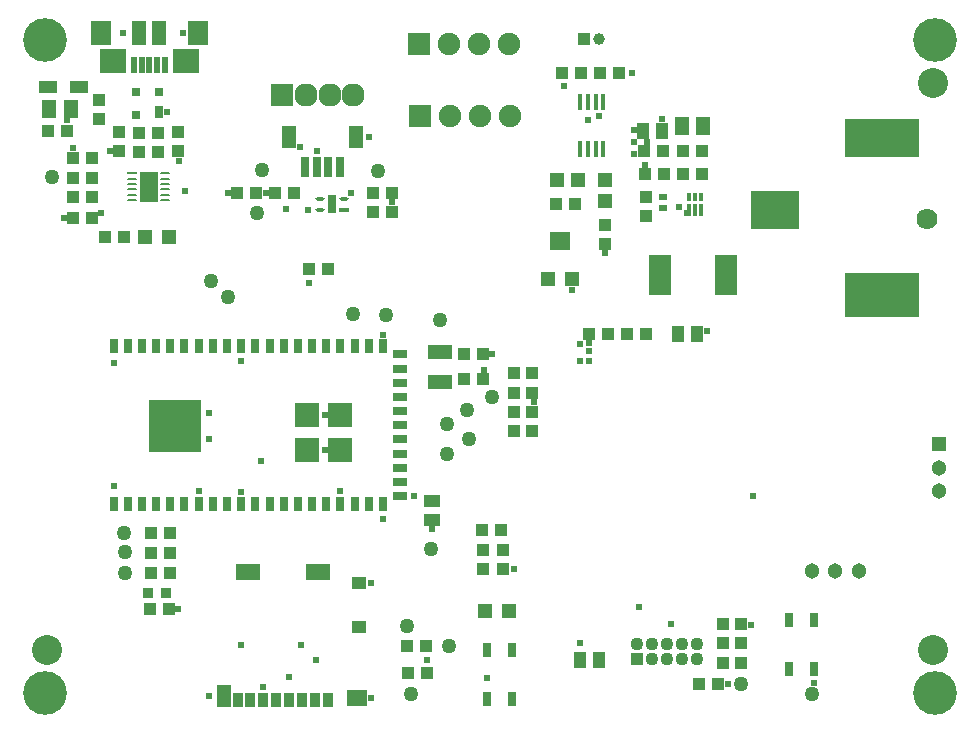
<source format=gts>
G04*
G04 #@! TF.GenerationSoftware,Altium Limited,Altium Designer,21.1.1 (26)*
G04*
G04 Layer_Color=8388736*
%FSLAX25Y25*%
%MOIN*%
G70*
G04*
G04 #@! TF.SameCoordinates,D31DAFBF-B6A6-4984-8A5A-3B2B1D04CFA6*
G04*
G04*
G04 #@! TF.FilePolarity,Negative*
G04*
G01*
G75*
%ADD28R,0.03306X0.00876*%
G04:AMPARAMS|DCode=29|XSize=33.06mil|YSize=8.76mil|CornerRadius=4.38mil|HoleSize=0mil|Usage=FLASHONLY|Rotation=0.000|XOffset=0mil|YOffset=0mil|HoleType=Round|Shape=RoundedRectangle|*
%AMROUNDEDRECTD29*
21,1,0.03306,0.00000,0,0,0.0*
21,1,0.02430,0.00876,0,0,0.0*
1,1,0.00876,0.01215,0.00000*
1,1,0.00876,-0.01215,0.00000*
1,1,0.00876,-0.01215,0.00000*
1,1,0.00876,0.01215,0.00000*
%
%ADD29ROUNDEDRECTD29*%
%ADD33C,0.05000*%
%ADD39R,0.15984X0.12992*%
%ADD40R,0.25000X0.15000*%
%ADD41R,0.25000X0.12992*%
%ADD45R,0.07284X0.13386*%
%ADD57R,0.03231X0.01341*%
G04:AMPARAMS|DCode=58|XSize=32.31mil|YSize=13.41mil|CornerRadius=6.71mil|HoleSize=0mil|Usage=FLASHONLY|Rotation=180.000|XOffset=0mil|YOffset=0mil|HoleType=Round|Shape=RoundedRectangle|*
%AMROUNDEDRECTD58*
21,1,0.03231,0.00000,0,0,180.0*
21,1,0.01890,0.01341,0,0,180.0*
1,1,0.01341,-0.00945,0.00000*
1,1,0.01341,0.00945,0.00000*
1,1,0.01341,0.00945,0.00000*
1,1,0.01341,-0.00945,0.00000*
%
%ADD58ROUNDEDRECTD58*%
%ADD60R,0.01772X0.05315*%
%ADD65R,0.04337X0.03943*%
%ADD66R,0.05006X0.07487*%
%ADD67R,0.03353X0.04731*%
%ADD68R,0.03747X0.04731*%
%ADD69R,0.06502X0.05715*%
%ADD70R,0.05124X0.04337*%
%ADD71R,0.07880X0.05715*%
%ADD72R,0.06496X0.10039*%
%ADD73R,0.03156X0.02762*%
%ADD74R,0.03156X0.04337*%
%ADD75R,0.03943X0.04337*%
%ADD76C,0.10000*%
%ADD77R,0.05124X0.05124*%
%ADD78R,0.05912X0.04337*%
%ADD79R,0.04928X0.06109*%
%ADD80R,0.03550X0.03550*%
%ADD81R,0.02959X0.04534*%
%ADD82R,0.02565X0.02172*%
%ADD83R,0.04140X0.05715*%
%ADD84R,0.04731X0.04731*%
%ADD85R,0.08874X0.08874*%
%ADD86R,0.08274X0.08274*%
%ADD87R,0.03156X0.05124*%
%ADD88R,0.05124X0.03156*%
%ADD89R,0.05124X0.05124*%
%ADD90R,0.06699X0.06306*%
%ADD91R,0.04731X0.04731*%
%ADD92R,0.01975X0.05715*%
%ADD93R,0.08668X0.08274*%
%ADD94R,0.06699X0.07880*%
%ADD95R,0.05124X0.07880*%
%ADD96R,0.07880X0.04731*%
%ADD97R,0.02756X0.06299*%
%ADD98R,0.05715X0.04140*%
%ADD99R,0.02762X0.06502*%
%ADD100R,0.05124X0.07487*%
%ADD101R,0.01187X0.04337*%
%ADD102R,0.01384X0.02762*%
%ADD103R,0.04360X0.04360*%
%ADD104C,0.04360*%
%ADD105C,0.14573*%
%ADD106R,0.03937X0.03937*%
%ADD107C,0.03937*%
%ADD108C,0.07008*%
%ADD109C,0.05124*%
%ADD110C,0.07717*%
%ADD111R,0.07717X0.07717*%
%ADD112R,0.07487X0.07487*%
%ADD113C,0.07487*%
%ADD114C,0.02400*%
D28*
X38128Y182382D02*
D03*
D29*
Y180610D02*
D03*
Y178839D02*
D03*
Y177067D02*
D03*
Y175295D02*
D03*
Y173524D02*
D03*
X49274D02*
D03*
Y175295D02*
D03*
Y177067D02*
D03*
Y178839D02*
D03*
Y180610D02*
D03*
Y182382D02*
D03*
D33*
X70079Y140990D02*
D03*
X64567Y146457D02*
D03*
X11400Y181299D02*
D03*
X131102Y8661D02*
D03*
X35433Y62598D02*
D03*
X35827Y56009D02*
D03*
X241339Y12226D02*
D03*
X158268Y107858D02*
D03*
X143307Y88976D02*
D03*
X264961Y8661D02*
D03*
X137795Y57087D02*
D03*
X80018Y169240D02*
D03*
X35827Y49213D02*
D03*
X150394Y93685D02*
D03*
X143307Y98819D02*
D03*
X150000Y103543D02*
D03*
X140945Y133465D02*
D03*
X129921Y31496D02*
D03*
X143701Y24803D02*
D03*
X81593Y183413D02*
D03*
X120175Y183019D02*
D03*
X111811Y135433D02*
D03*
X122835Y135039D02*
D03*
D39*
X252362Y170118D02*
D03*
D40*
X288347Y141811D02*
D03*
D41*
Y194134D02*
D03*
D45*
X236122Y148622D02*
D03*
X214272D02*
D03*
D57*
X108856Y170027D02*
D03*
D58*
Y173964D02*
D03*
X100785D02*
D03*
Y170027D02*
D03*
D60*
X187598Y206004D02*
D03*
X190157D02*
D03*
X192717D02*
D03*
X195276D02*
D03*
Y190453D02*
D03*
X192717D02*
D03*
X190157D02*
D03*
X187598D02*
D03*
D65*
X40400Y195950D02*
D03*
Y189650D02*
D03*
X46900Y195950D02*
D03*
Y189650D02*
D03*
X155118Y56693D02*
D03*
Y50394D02*
D03*
X161811Y56693D02*
D03*
Y50394D02*
D03*
X209449Y174409D02*
D03*
Y168110D02*
D03*
X27165Y200394D02*
D03*
Y206693D02*
D03*
X33858Y189764D02*
D03*
Y196063D02*
D03*
X53543Y189764D02*
D03*
Y196063D02*
D03*
X195965Y158858D02*
D03*
Y165157D02*
D03*
D66*
X68758Y8289D02*
D03*
D67*
X73522Y6911D02*
D03*
D68*
X77656D02*
D03*
X81986D02*
D03*
X86317D02*
D03*
X90648D02*
D03*
X94978D02*
D03*
X99309D02*
D03*
X103640D02*
D03*
D69*
X113325Y7403D02*
D03*
D70*
X114014Y45691D02*
D03*
Y31124D02*
D03*
D71*
X100234Y49529D02*
D03*
X76730D02*
D03*
D72*
X43701Y177953D02*
D03*
D73*
X39451Y209393D02*
D03*
X47325D02*
D03*
X39451Y201913D02*
D03*
D74*
X47325Y202700D02*
D03*
D75*
X161024Y63386D02*
D03*
X154724D02*
D03*
X24803Y180709D02*
D03*
X18504D02*
D03*
X24803Y187402D02*
D03*
X18504D02*
D03*
X24803Y174409D02*
D03*
X18504D02*
D03*
X35433Y161024D02*
D03*
X29134D02*
D03*
X16535Y196457D02*
D03*
X10236D02*
D03*
X24803Y167323D02*
D03*
X18504D02*
D03*
X124900Y169633D02*
D03*
X118600D02*
D03*
X118600Y175933D02*
D03*
X124900D02*
D03*
X44488Y62402D02*
D03*
X50787D02*
D03*
X44488Y55709D02*
D03*
X50787D02*
D03*
X136614Y15748D02*
D03*
X130315D02*
D03*
X44488Y49213D02*
D03*
X50787D02*
D03*
X136221Y24803D02*
D03*
X129921D02*
D03*
X241339Y25984D02*
D03*
X235039D02*
D03*
X241339Y19291D02*
D03*
X235039D02*
D03*
X235039Y32283D02*
D03*
X241339D02*
D03*
X171653Y109055D02*
D03*
X165354D02*
D03*
X165354Y115748D02*
D03*
X171653D02*
D03*
X165354Y96457D02*
D03*
X171653D02*
D03*
X171653Y102756D02*
D03*
X165354D02*
D03*
X194193Y215945D02*
D03*
X200492D02*
D03*
X97085Y150591D02*
D03*
X103384D02*
D03*
X221850Y189961D02*
D03*
X228150D02*
D03*
X209646Y128937D02*
D03*
X203346D02*
D03*
X196850D02*
D03*
X190551D02*
D03*
X187825Y215945D02*
D03*
X181526D02*
D03*
X79624Y175933D02*
D03*
X73325D02*
D03*
X44175Y37008D02*
D03*
X50474D02*
D03*
X148819Y122047D02*
D03*
X155118D02*
D03*
X148819Y113779D02*
D03*
X155118D02*
D03*
X185728Y172244D02*
D03*
X179429D02*
D03*
X215551Y182087D02*
D03*
X209252D02*
D03*
X208858Y189961D02*
D03*
X215158D02*
D03*
X221850Y182087D02*
D03*
X228150D02*
D03*
X233465Y12205D02*
D03*
X227165D02*
D03*
X85923Y175933D02*
D03*
X92222D02*
D03*
D76*
X9843Y23622D02*
D03*
X305118Y212598D02*
D03*
Y23622D02*
D03*
D77*
X50651Y161024D02*
D03*
X42384D02*
D03*
X163976Y36614D02*
D03*
X155709D02*
D03*
X307087Y92110D02*
D03*
D78*
X20472Y211059D02*
D03*
X10236D02*
D03*
D79*
X17717Y203937D02*
D03*
X10630D02*
D03*
X228543Y198228D02*
D03*
X221457D02*
D03*
D80*
X43565Y42520D02*
D03*
X49470D02*
D03*
D81*
X164862Y7185D02*
D03*
Y23524D02*
D03*
X156398D02*
D03*
Y7185D02*
D03*
X265650Y17028D02*
D03*
Y33366D02*
D03*
X257185Y17028D02*
D03*
Y33366D02*
D03*
D82*
X215158Y170866D02*
D03*
Y174409D02*
D03*
D83*
X208465Y196653D02*
D03*
X214764D02*
D03*
X220079Y128937D02*
D03*
X226378D02*
D03*
X187402Y20079D02*
D03*
X193701D02*
D03*
D84*
X179823Y180118D02*
D03*
X186909D02*
D03*
D85*
X48108Y102538D02*
D03*
X56840D02*
D03*
X48108Y93947D02*
D03*
X56840D02*
D03*
D86*
X96360Y101727D02*
D03*
X107600D02*
D03*
X96360Y90215D02*
D03*
X107600D02*
D03*
D87*
X32065Y124803D02*
D03*
X36789D02*
D03*
X41514D02*
D03*
X46238D02*
D03*
X50963D02*
D03*
X55687D02*
D03*
X60411D02*
D03*
X74585D02*
D03*
X79309D02*
D03*
X84034D02*
D03*
X98207D02*
D03*
X107656D02*
D03*
X121829D02*
D03*
Y72047D02*
D03*
X117104D02*
D03*
X112380D02*
D03*
X107656D02*
D03*
X102931D02*
D03*
X98207D02*
D03*
X93482D02*
D03*
X88758D02*
D03*
X84034D02*
D03*
X79309D02*
D03*
X74585D02*
D03*
X69860D02*
D03*
X65136D02*
D03*
X60411D02*
D03*
X55687D02*
D03*
X50963D02*
D03*
X46238D02*
D03*
X41514D02*
D03*
X36789D02*
D03*
X32065D02*
D03*
X93482Y124803D02*
D03*
X88758D02*
D03*
X117104D02*
D03*
X102931D02*
D03*
X112380D02*
D03*
X69860D02*
D03*
X65136D02*
D03*
D88*
X127502Y98409D02*
D03*
Y93685D02*
D03*
Y88961D02*
D03*
Y84236D02*
D03*
Y74787D02*
D03*
Y122031D02*
D03*
Y107858D02*
D03*
Y103134D02*
D03*
Y79512D02*
D03*
Y117307D02*
D03*
Y112583D02*
D03*
D89*
X176968Y147047D02*
D03*
X184842D02*
D03*
D90*
X180905Y159843D02*
D03*
D91*
X195965Y173031D02*
D03*
Y180118D02*
D03*
D92*
X38840Y218468D02*
D03*
X41399D02*
D03*
X43958D02*
D03*
X46517D02*
D03*
X49076D02*
D03*
D93*
X31754Y219748D02*
D03*
X56163D02*
D03*
D94*
X27817Y229000D02*
D03*
X60100D02*
D03*
D95*
X40612D02*
D03*
X47305D02*
D03*
D96*
X140945Y112970D02*
D03*
Y122813D02*
D03*
D97*
X104821Y171996D02*
D03*
D98*
X138189Y66929D02*
D03*
Y73228D02*
D03*
D99*
X95766Y184594D02*
D03*
X99703D02*
D03*
X103640D02*
D03*
X107577D02*
D03*
D100*
X90648Y194535D02*
D03*
X112695D02*
D03*
D101*
X227756Y170078D02*
D03*
X225787D02*
D03*
X223819D02*
D03*
D102*
Y174409D02*
D03*
X225787D02*
D03*
X227756D02*
D03*
D103*
X206535Y20591D02*
D03*
D104*
X211535D02*
D03*
X206535Y25591D02*
D03*
X211535D02*
D03*
X221535D02*
D03*
X216535D02*
D03*
X221535Y20591D02*
D03*
X216535D02*
D03*
X226535D02*
D03*
Y25591D02*
D03*
D105*
X305709Y226969D02*
D03*
X9252D02*
D03*
X305709Y9252D02*
D03*
X9252Y9252D02*
D03*
D106*
X188976Y227165D02*
D03*
D107*
X193898D02*
D03*
D108*
X303150Y167126D02*
D03*
D109*
X307087Y84236D02*
D03*
Y76362D02*
D03*
X280512Y49787D02*
D03*
X272638D02*
D03*
X264764D02*
D03*
D110*
X111907Y208610D02*
D03*
X104034D02*
D03*
X96159D02*
D03*
D111*
X88285D02*
D03*
D112*
X133819Y225394D02*
D03*
X134213Y201378D02*
D03*
D113*
X143819Y225394D02*
D03*
X153819D02*
D03*
X163819D02*
D03*
X144213Y201378D02*
D03*
X154213D02*
D03*
X164213D02*
D03*
D114*
X187598Y125516D02*
D03*
X187402Y119685D02*
D03*
X190551D02*
D03*
X55905Y176378D02*
D03*
X27892Y169291D02*
D03*
X89467Y170421D02*
D03*
X111120Y175933D02*
D03*
X74585Y76159D02*
D03*
X107656Y76596D02*
D03*
X102362Y101727D02*
D03*
Y90215D02*
D03*
X74410Y25197D02*
D03*
X94585D02*
D03*
X90648Y14470D02*
D03*
X63758Y8289D02*
D03*
X81102Y86614D02*
D03*
X99606Y20079D02*
D03*
X207087Y37795D02*
D03*
X217717Y32283D02*
D03*
X172047Y106299D02*
D03*
X155512Y116929D02*
D03*
X158267Y122047D02*
D03*
X184842Y143405D02*
D03*
X229999Y129921D02*
D03*
X195964Y155708D02*
D03*
X209252Y185039D02*
D03*
X182087Y211614D02*
D03*
X214764Y200590D02*
D03*
X70175Y175933D02*
D03*
X43701Y177953D02*
D03*
Y180709D02*
D03*
Y175197D02*
D03*
X53937Y186614D02*
D03*
X50000Y202755D02*
D03*
X35039Y229000D02*
D03*
X55118D02*
D03*
X16535Y200000D02*
D03*
X18504Y190945D02*
D03*
X30709Y189764D02*
D03*
X32065Y119073D02*
D03*
X74585Y119685D02*
D03*
X63998Y102538D02*
D03*
X63927Y93947D02*
D03*
X32065Y78128D02*
D03*
X121829Y128522D02*
D03*
Y67104D02*
D03*
X132299Y74787D02*
D03*
X138189Y63779D02*
D03*
X165354Y50394D02*
D03*
X156398Y14173D02*
D03*
X187402Y25984D02*
D03*
X237008Y12205D02*
D03*
X265650Y12598D02*
D03*
X244488Y31890D02*
D03*
X117793Y7403D02*
D03*
X81986Y11120D02*
D03*
X117695Y45691D02*
D03*
X96947Y170027D02*
D03*
X94191Y190992D02*
D03*
X117321Y194535D02*
D03*
X190157Y200098D02*
D03*
X193799Y201378D02*
D03*
X209752Y192913D02*
D03*
X15354Y167323D02*
D03*
X124900Y172783D02*
D03*
X99703Y189712D02*
D03*
X82774Y175933D02*
D03*
X60411Y76421D02*
D03*
X53543Y37008D02*
D03*
X136614Y20079D02*
D03*
X289173Y140354D02*
D03*
X284842D02*
D03*
X293110D02*
D03*
X296260Y140748D02*
D03*
X280906Y140354D02*
D03*
X297047Y193898D02*
D03*
X280906Y193504D02*
D03*
X247835Y173031D02*
D03*
X248228Y165945D02*
D03*
X292717Y194134D02*
D03*
X285236D02*
D03*
X251378Y173819D02*
D03*
X251378Y165945D02*
D03*
X205512Y192913D02*
D03*
Y188681D02*
D03*
Y196850D02*
D03*
X245079Y74787D02*
D03*
X220472Y171260D02*
D03*
X223221Y169240D02*
D03*
X190551Y125963D02*
D03*
Y123031D02*
D03*
X97085Y145807D02*
D03*
X204724Y215945D02*
D03*
M02*

</source>
